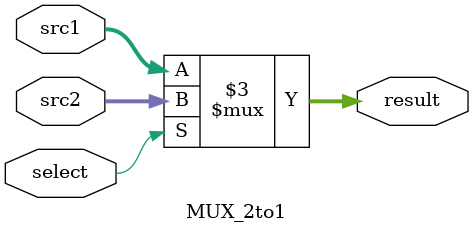
<source format=v>
`timescale 1ns/1ps

module MUX_2to1 #(
	parameter size = 32
)(
	input      [size-1:0] src1,
	input      [size-1:0] src2,
	input                 select,
	output reg [size-1:0] result
);

always @(*) begin
	if (select)
		result <= src2;
	else
		result <= src1;
end

endmodule

</source>
